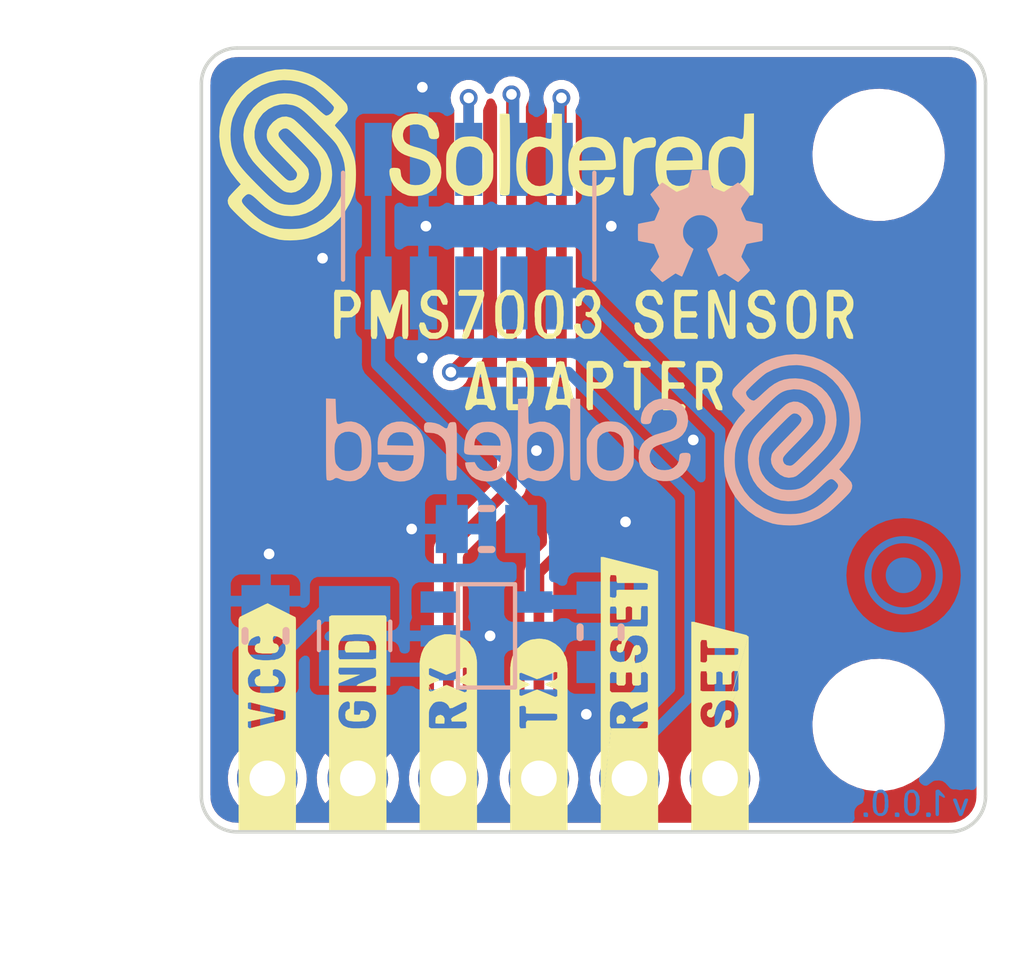
<source format=kicad_pcb>
(kicad_pcb (version 20210623) (generator pcbnew)
  (layers (0 "F.Cu" signal) (31 "B.Cu" signal) (34 "B.Paste" user) (35 "F.Paste" user) (36 "B.SilkS" user "B.Silkscreen") (37 "F.SilkS" user "F.Silkscreen") (38 "B.Mask" user) (39 "F.Mask" user) (44 "Edge.Cuts" user))
  (net 0 "")
  (net 1 "GND")
  (net 2 "5V")
  (net 3 "RESET")
  (net 4 "RX")
  (net 5 "TX")
  (net 6 "SET")
  (net 9 "VCC")
  (net 10 "Net-(L1-Pad1)")
  (footprint "buzzardLabel" (layer "F.Cu") (at 109.47 160.4 90)
    (fp_text reference "" (at 0 0 90) (layer "F.SilkS") (effects (font (size 1.27 1.27))))
    (fp_text value "" (at 0 0 90) (layer "F.SilkS") (effects (font (size 1.27 1.27))))
  )
  (footprint "Soldered Graphics:Logo-Front-SolderedFULL-15mm" (layer "F.Cu") (at 108 141)
    (fp_text reference "REF**" hide)
    (fp_text value "Logo-Front-SolderedFULL-15mm" hide)
  )
  (footprint "Soldered Graphics:Logo-Back-OSH-3.5mm" (layer "F.Cu") (at 114 143)
    (fp_text reference "G***" hide)
    (fp_text value "LOGO" hide)
  )
  (footprint "buzzardLabel" (layer "F.Cu") (at 111 147.5)
    (fp_text reference "" (at 0 0) (layer "F.SilkS") (effects (font (size 1.27 1.27))))
    (fp_text value "" (at 0 0) (layer "F.SilkS") (effects (font (size 1.27 1.27))))
  )
  (footprint "e-radionica.com footprinti:HOLE_3.2mm" (layer "F.Cu") (at 119 157)
    (fp_text reference "H2" hide)
    (fp_text value "HOLE_3.2mm" hide)
    (pad "" np_thru_hole circle locked (at 0 0) (size 3.2 3.2) (drill 3.2) (layers F&B.Cu *.Mask))
  )
  (footprint "buzzardLabel" (layer "F.Cu") (at 111 145.5)
    (fp_text reference "" (at 0 0) (layer "F.SilkS") (effects (font (size 1.27 1.27))))
    (fp_text value "" (at 0 0) (layer "F.SilkS") (effects (font (size 1.27 1.27))))
  )
  (footprint "buzzardLabel" (layer "F.Cu") (at 104.39 160.4 90)
    (fp_text reference "" (at 0 0 90) (layer "F.SilkS") (effects (font (size 1.27 1.27))))
    (fp_text value "" (at 0 0 90) (layer "F.SilkS") (effects (font (size 1.27 1.27))))
  )
  (footprint "buzzardLabel" (layer "F.Cu") (at 114.55 160.4 90)
    (fp_text reference "" (at 0 0 90) (layer "F.SilkS") (effects (font (size 1.27 1.27))))
    (fp_text value "" (at 0 0 90) (layer "F.SilkS") (effects (font (size 1.27 1.27))))
  )
  (footprint "buzzardLabel" (layer "F.Cu") (at 112.01 160.4 90)
    (fp_text reference "" (at 0 0 90) (layer "F.SilkS") (effects (font (size 1.27 1.27))))
    (fp_text value "" (at 0 0 90) (layer "F.SilkS") (effects (font (size 1.27 1.27))))
  )
  (footprint "buzzardLabel" (layer "F.Cu") (at 106.93 160.4 90)
    (fp_text reference "" (at 0 0 90) (layer "F.SilkS") (effects (font (size 1.27 1.27))))
    (fp_text value "" (at 0 0 90) (layer "F.SilkS") (effects (font (size 1.27 1.27))))
  )
  (footprint "e-radionica.com footprinti:HOLE_3.2mm" (layer "F.Cu") (at 119 141)
    (fp_text reference "H1" hide)
    (fp_text value "HOLE_3.2mm" hide)
    (pad "" np_thru_hole circle locked (at 0 0) (size 3.2 3.2) (drill 3.2) (layers F&B.Cu *.Mask))
  )
  (footprint "Soldered Graphics:Logo-Back-SolderedFULL-15mm" (layer "F.Cu") (at 111 149)
    (fp_text reference "REF**" hide)
    (fp_text value "Logo-Front-SolderedFULL-15mm" hide)
  )
  (footprint "buzzardLabel" (layer "F.Cu") (at 101.85 160.4 90)
    (fp_text reference "" (at 0 0 90) (layer "F.SilkS") (effects (font (size 1.27 1.27))))
    (fp_text value "" (at 0 0 90) (layer "F.SilkS") (effects (font (size 1.27 1.27))))
  )
  (footprint "e-radionica.com footprinti:HEADER_MALE_6X1" (layer "F.Cu") (at 108.2 158.5 180)
    (fp_text reference "K1")
    (fp_text value "HEADER_MALE_6X1")
    (pad "1" thru_hole circle locked (at -6.35 0 180) (size 1.7 1.7) (drill 1) (layers *.Cu *.Mask) (net 6 "SET"))
    (pad "2" thru_hole circle locked (at -3.81 0 180) (size 1.7 1.7) (drill 1) (layers *.Cu *.Mask) (net 3 "RESET"))
    (pad "3" thru_hole circle locked (at -1.27 0 180) (size 1.7 1.7) (drill 1) (layers *.Cu *.Mask) (net 5 "TX"))
    (pad "4" thru_hole circle locked (at 1.27 0 180) (size 1.7 1.7) (drill 1) (layers *.Cu *.Mask) (net 4 "RX"))
    (pad "5" thru_hole circle locked (at 3.81 0 180) (size 1.7 1.7) (drill 1) (layers *.Cu *.Mask) (net 1 "GND"))
    (pad "6" thru_hole circle locked (at 6.35 0 180) (size 1.7 1.7) (drill 1) (layers *.Cu *.Mask) (net 9 "VCC"))
  )
  (footprint "e-radionica.com footprinti:0806L" (layer "B.Cu") (at 104.3 154.5 90)
    (fp_text reference "L1")
    (fp_text value "DFE201612E-2R2M=P2")
    (pad "1" smd rect (at -0.9 0 90) (size 1 2) (layers "B.Cu" "B.Paste" "B.Mask") (net 10 "Net-(L1-Pad1)"))
    (pad "2" smd rect (at 0.9 0 90) (size 1 2) (layers "B.Cu" "B.Paste" "B.Mask") (net 9 "VCC"))
  )
  (footprint "e-radionica.com footprinti:FIDUCIAL_23" (layer "B.Cu") (at 119.7 152.8 180)
    (fp_text reference "FD1")
    (fp_text value "FIDUCIAL")
    (fp_circle (center 0 0) (end 1 0) (layer "B.Cu") (width 0.2) (fill none))
    (pad "1" smd circle (at 0 0 180) (size 1 1) (layers "B.Cu" "B.Paste" "B.Mask") (clearance 1.1))
  )
  (footprint "Soldered Graphics:Version1.0.0." (layer "B.Cu") (at 120 159.2 180)
    (fp_text reference "Ref**" hide)
    (fp_text value "Val**" hide)
    (fp_poly (pts (xy 0.93 -0.35) (xy 0.99 -0.35) (xy 1.04 -0.33) (xy 1.01 -0.28) (xy 0.91 -0.28) (xy 0.87 -0.25) (xy 0.85 -0.2) (xy 0.83 -0.15) (xy 0.83 -0.11) (xy 0.82 0.01) (xy 0.83 0.13) (xy 0.83 0.17) (xy 0.84 0.22) (xy 0.87 0.27) (xy 0.9 0.3) (xy 1.01 0.3) (xy 1.04 0.26) (xy 1.05 0.21) (xy 1.06 0.15) (xy 1.07 0.05) (xy 1.07 -0.08) (xy 1.06 -0.12) (xy 1.06 -0.17) (xy 1.04 -0.22) (xy 1.02 -0.27) (xy 1.01 -0.28) (xy 1.05 -0.32) (xy 1.09 -0.29) (xy 1.12 -0.26) (xy 1.14 -0.22) (xy 1.15 -0.16) (xy 1.16 -0.11) (xy 1.16 -0.06) (xy 1.16 0.06) (xy 1.16 0.12) (xy 1.15 0.17) (xy 1.14 0.22) (xy 1.13 0.27) (xy 1.1 0.3) (xy 1.06 0.34) (xy 1.01 0.37) (xy 0.95 0.38) (xy 0.9 0.38) (xy 0.84 0.35) (xy 0.8 0.31) (xy 0.78 0.28) (xy 0.75 0.23) (xy 0.74 0.18) (xy 0.74 0.13) (xy 0.73 0.08) (xy 0.73 -0.04) (xy 0.73 -0.1) (xy 0.74 -0.14) (xy 0.75 -0.2) (xy 0.77 -0.25) (xy 0.79 -0.28) (xy 0.83 -0.32) (xy 0.89 -0.35) (xy 0.93 -0.35)) (layer "B.Cu") (width 0.01) (fill solid))
    (fp_poly (pts (xy 1.31 -0.38) (xy 1.36 -0.38) (xy 1.41 -0.37) (xy 1.42 -0.33) (xy 1.42 -0.27) (xy 1.38 -0.26) (xy 1.33 -0.26) (xy 1.3 -0.29) (xy 1.3 -0.34) (xy 1.31 -0.38)) (layer "B.Cu") (width 0.01) (fill solid))
    (fp_poly (pts (xy -0.44 -0.38) (xy -0.39 -0.38) (xy -0.34 -0.37) (xy -0.34 -0.33) (xy -0.34 -0.27) (xy -0.38 -0.26) (xy -0.43 -0.26) (xy -0.46 -0.29) (xy -0.46 -0.34) (xy -0.44 -0.38)) (layer "B.Cu") (width 0.01) (fill solid))
    (fp_poly (pts (xy 0.43 -0.38) (xy 0.48 -0.38) (xy 0.54 -0.37) (xy 0.54 -0.33) (xy 0.54 -0.27) (xy 0.5 -0.26) (xy 0.45 -0.26) (xy 0.42 -0.29) (xy 0.42 -0.34) (xy 0.43 -0.38)) (layer "B.Cu") (width 0.01) (fill solid))
    (fp_poly (pts (xy -0.67 -0.35) (xy -0.62 -0.35) (xy -0.6 -0.31) (xy -0.6 0.35) (xy -0.64 0.38) (xy -0.69 0.38) (xy -0.73 0.34) (xy -0.84 0.22) (xy -0.86 0.17) (xy -0.83 0.16) (xy -0.73 0.22) (xy -0.69 0.23) (xy -0.69 -0.31) (xy -0.67 -0.35)) (layer "B.Cu") (width 0.01) (fill solid))
    (fp_poly (pts (xy -1.33 -0.35) (xy -1.27 -0.35) (xy -1.25 -0.31) (xy -1.09 0.1) (xy -1.11 0.13) (xy -1.16 0.13) (xy -1.19 0.1) (xy -1.28 -0.16) (xy -1.3 -0.21) (xy -1.32 -0.17) (xy -1.41 0.09) (xy -1.44 0.13) (xy -1.49 0.13) (xy -1.51 0.1) (xy -1.36 -0.31) (xy -1.33 -0.35)) (layer "B.Cu") (width 0.01) (fill solid))
    (fp_poly (pts (xy 0.06 -0.35) (xy 0.11 -0.35) (xy 0.17 -0.33) (xy 0.13 -0.28) (xy 0.03 -0.28) (xy -0.01 -0.25) (xy -0.03 -0.2) (xy -0.05 -0.15) (xy -0.05 -0.11) (xy -0.05 0.01) (xy -0.05 0.13) (xy -0.05 0.17) (xy -0.03 0.22) (xy -0.01 0.27) (xy 0.02 0.3) (xy 0.13 0.3) (xy 0.16 0.26) (xy 0.18 0.21) (xy 0.18 0.15) (xy 0.19 0.05) (xy 0.19 -0.08) (xy 0.19 -0.12) (xy 0.18 -0.17) (xy 0.16 -0.22) (xy 0.14 -0.27) (xy 0.14 -0.28) (xy 0.17 -0.32) (xy 0.21 -0.29) (xy 0.24 -0.26) (xy 0.26 -0.22) (xy 0.27 -0.16) (xy 0.28 -0.11) (xy 0.28 -0.06) (xy 0.28 0.06) (xy 0.28 0.12) (xy 0.27 0.17) (xy 0.26 0.22) (xy 0.25 0.27) (xy 0.22 0.3) (xy 0.19 0.34) (xy 0.13 0.37) (xy 0.08 0.38) (xy 0.02 0.38) (xy -0.03 0.35) (xy -0.08 0.31) (xy -0.1 0.28) (xy -0.12 0.23) (xy -0.14 0.18) (xy -0.14 0.13) (xy -0.15 0.08) (xy -0.15 -0.04) (xy -0.14 -0.1) (xy -0.14 -0.14) (xy -0.13 -0.2) (xy -0.11 -0.25) (xy -0.08 -0.28) (xy -0.05 -0.32) (xy 0.01 -0.35) (xy 0.06 -0.35)) (layer "B.Cu") (width 0.01) (fill solid))
  )
  (footprint "e-radionica.com footprinti:tps613222a" (layer "B.Cu") (at 108 154.5)
    (fp_text reference "U1")
    (fp_text value "TPS613222A")
    (pad "1" smd rect (at -1.3 0.95) (size 1.1 0.6) (layers "B.Cu" "B.Paste" "B.Mask") (net 10 "Net-(L1-Pad1)"))
    (pad "2" smd rect (at -1.3 0) (size 1.1 0.6) (layers "B.Cu" "B.Paste" "B.Mask") (net 1 "GND"))
    (pad "3" smd rect (at -1.3 -0.95) (size 1.1 0.6) (layers "B.Cu" "B.Paste" "B.Mask"))
    (pad "4" smd rect (at 1.3 -0.95) (size 1.1 0.6) (layers "B.Cu" "B.Paste" "B.Mask") (net 2 "5V"))
    (pad "5" smd rect (at 1.3 0.95) (size 1.1 0.6) (layers "B.Cu" "B.Paste" "B.Mask"))
  )
  (footprint "e-radionica.com footprinti:0805C" (layer "B.Cu") (at 108 151.5)
    (fp_text reference "C2")
    (fp_text value "CL10A226MPCNUBE")
    (pad "1" smd rect locked (at -0.975 0 270) (size 1.35 0.9) (layers "B.Cu" "B.Paste" "B.Mask") (net 1 "GND"))
    (pad "2" smd rect locked (at 0.975 0 270) (size 1.35 0.9) (layers "B.Cu" "B.Paste" "B.Mask") (net 2 "5V"))
  )
  (footprint "e-radionica.com footprinti:HEADER_FEMALE_5x2_1.27mm_SMD" (layer "B.Cu") (at 107.5 143)
    (fp_text reference "K2")
    (fp_text value "HEADER_FEMALE_5x2_1.27mm_SMD")
    (pad "1" smd rect (at -2.54 -1.875 270) (size 2.05 0.76) (layers "B.Cu" "B.Paste" "B.Mask") (net 2 "5V"))
    (pad "2" smd rect (at -1.27 -1.875 270) (size 2.05 0.76) (layers "B.Cu" "B.Paste" "B.Mask") (net 1 "GND"))
    (pad "3" smd rect (at 0 -1.875 270) (size 2.05 0.76) (layers "B.Cu" "B.Paste" "B.Mask") (net 3 "RESET"))
    (pad "4" smd rect (at 1.27 -1.875 270) (size 2.05 0.76) (layers "B.Cu" "B.Paste" "B.Mask") (net 4 "RX"))
    (pad "5" smd rect (at 2.54 -1.875 270) (size 2.05 0.76) (layers "B.Cu" "B.Paste" "B.Mask") (net 5 "TX"))
    (pad "6" smd rect (at 2.54 1.875 270) (size 2.05 0.76) (layers "B.Cu" "B.Paste" "B.Mask") (net 6 "SET"))
    (pad "7" smd rect (at 1.27 1.875 270) (size 2.05 0.76) (layers "B.Cu" "B.Paste" "B.Mask"))
    (pad "8" smd rect (at 0 1.875 270) (size 2.05 0.76) (layers "B.Cu" "B.Paste" "B.Mask"))
    (pad "9" smd rect (at -1.27 1.875 270) (size 2.05 0.76) (layers "B.Cu" "B.Paste" "B.Mask") (net 1 "GND"))
    (pad "10" smd rect (at -2.54 1.875 270) (size 2.05 0.76) (layers "B.Cu" "B.Paste" "B.Mask") (net 2 "5V"))
  )
  (footprint "e-radionica.com footprinti:0805C" (layer "B.Cu") (at 111.2 154.4 90)
    (fp_text reference "C1")
    (fp_text value "CL10A226MPCNUBE")
    (pad "1" smd rect locked (at -0.975 0) (size 1.35 0.9) (layers "B.Cu" "B.Paste" "B.Mask") (net 1 "GND"))
    (pad "2" smd rect locked (at 0.975 0) (size 1.35 0.9) (layers "B.Cu" "B.Paste" "B.Mask") (net 2 "5V"))
  )
  (footprint "e-radionica.com footprinti:0805C" (layer "B.Cu") (at 101.8 154.5 -90)
    (fp_text reference "C3")
    (fp_text value "C1608X7S1A475K080AC")
    (pad "1" smd rect locked (at -0.975 0 180) (size 1.35 0.9) (layers "B.Cu" "B.Paste" "B.Mask") (net 1 "GND"))
    (pad "2" smd rect locked (at 0.975 0 180) (size 1.35 0.9) (layers "B.Cu" "B.Paste" "B.Mask") (net 9 "VCC"))
  )
  (gr_line (start 121 160) (end 101 160) (layer "Edge.Cuts") (width 0.1))
  (gr_arc (start 101 139) (end 101 138) (angle -90) (layer "Edge.Cuts") (width 0.1))
  (gr_line (start 100 159) (end 100 139) (layer "Edge.Cuts") (width 0.1))
  (gr_arc (start 121 159) (end 121 160) (angle -90) (layer "Edge.Cuts") (width 0.1))
  (gr_line (start 122 139) (end 122 159) (layer "Edge.Cuts") (width 0.1))
  (gr_arc (start 121 139) (end 121 138) (angle 90) (layer "Edge.Cuts") (width 0.1))
  (gr_arc (start 101 159) (end 101 160) (angle 90) (layer "Edge.Cuts") (width 0.1))
  (gr_line (start 101 138) (end 121 138) (layer "Edge.Cuts") (width 0.1))
  (via (at 106.2 139.1) (size 0.5) (drill 0.3) (layers "F.Cu" "B.Cu") (net 1))
  (via (at 108.1 154.5) (size 0.5) (drill 0.3) (layers "F.Cu" "B.Cu") (net 1))
  (via (at 110.8 156.7) (size 0.5) (drill 0.3) (layers "F.Cu" "B.Cu") (net 1))
  (via (at 105.9 151.5) (size 0.5) (drill 0.3) (layers "F.Cu" "B.Cu") (net 1))
  (via (at 111.9 151.3) (size 0.5) (drill 0.3) (layers "F.Cu" "B.Cu") (net 1))
  (via (at 109.4 149.3) (size 0.5) (drill 0.3) (layers "F.Cu" "B.Cu") (net 1))
  (via (at 101.9 152.2) (size 0.5) (drill 0.3) (layers "F.Cu" "B.Cu") (net 1))
  (via (at 106.3 143) (size 0.5) (drill 0.3) (layers "F.Cu" "B.Cu") (net 1))
  (via (at 103.4 143.9) (size 0.5) (drill 0.3) (layers "F.Cu" "B.Cu") (net 1))
  (via (at 106.2 146.7) (size 0.5) (drill 0.3) (layers "F.Cu" "B.Cu") (net 1))
  (via (at 113.8 149) (size 0.5) (drill 0.3) (layers "F.Cu" "B.Cu") (net 1))
  (via (at 111.5 143) (size 0.5) (drill 0.3) (layers "F.Cu" "B.Cu") (net 1))
  (segment (start 104.96 146.86) (end 104.96 144.875) (width 0.4) (layer "B.Cu") (net 2))
  (segment (start 109.3 151.825) (end 108.975 151.5) (width 0.4) (layer "B.Cu") (net 2))
  (segment (start 109.3 153.55) (end 109.3 151.825) (width 0.4) (layer "B.Cu") (net 2))
  (segment (start 104.96 141.125) (end 104.96 144.875) (width 0.4) (layer "B.Cu") (net 2))
  (segment (start 108.975 150.875) (end 104.96 146.86) (width 0.4) (layer "B.Cu") (net 2))
  (segment (start 109.3 153.55) (end 111.075 153.55) (width 0.4) (layer "B.Cu") (net 2))
  (segment (start 108.975 151.5) (end 108.975 150.875) (width 0.4) (layer "B.Cu") (net 2))
  (segment (start 111.075 153.55) (end 111.2 153.425) (width 0.4) (layer "B.Cu") (net 2))
  (segment (start 107 147.1) (end 107.5 146.6) (width 0.3) (layer "F.Cu") (net 3))
  (segment (start 107.5 146.6) (end 107.5 139.4) (width 0.3) (layer "F.Cu") (net 3))
  (via (at 107.5 139.4) (size 0.5) (drill 0.3) (layers "F.Cu" "B.Cu") (net 3))
  (via (at 107 147.1) (size 0.5) (drill 0.3) (layers "F.Cu" "B.Cu") (net 3))
  (segment (start 112.01 157.89) (end 112.01 158.5) (width 0.3) (layer "B.Cu") (net 3))
  (segment (start 113.7 156.2) (end 112.01 157.89) (width 0.3) (layer "B.Cu") (net 3))
  (segment (start 113.7 150.5) (end 113.7 156.2) (width 0.3) (layer "B.Cu") (net 3))
  (segment (start 110.3 147.1) (end 113.7 150.5) (width 0.3) (layer "B.Cu") (net 3))
  (segment (start 107.5 139.4) (end 107.5 141.125) (width 0.3) (layer "B.Cu") (net 3))
  (segment (start 107 147.1) (end 110.3 147.1) (width 0.3) (layer "B.Cu") (net 3))
  (segment (start 108.7 150.3) (end 106.93 152.07) (width 0.3) (layer "F.Cu") (net 4))
  (segment (start 108.7 139.3) (end 108.7 150.3) (width 0.3) (layer "F.Cu") (net 4))
  (segment (start 106.93 152.07) (end 106.93 158.5) (width 0.3) (layer "F.Cu") (net 4))
  (via (at 108.7 139.3) (size 0.5) (drill 0.3) (layers "F.Cu" "B.Cu") (net 4))
  (segment (start 108.7 139.3) (end 108.77 139.37) (width 0.3) (layer "B.Cu") (net 4))
  (segment (start 108.77 139.37) (end 108.77 141.125) (width 0.3) (layer "B.Cu") (net 4))
  (segment (start 110.1 139.4) (end 110.1 152.1) (width 0.3) (layer "F.Cu") (net 5))
  (segment (start 110.1 152.1) (end 109.47 152.73) (width 0.3) (layer "F.Cu") (net 5))
  (segment (start 109.47 152.73) (end 109.47 158.5) (width 0.3) (layer "F.Cu") (net 5))
  (via (at 110.1 139.4) (size 0.5) (drill 0.3) (layers "F.Cu" "B.Cu") (net 5))
  (segment (start 110.1 139.4) (end 110.04 139.46) (width 0.3) (layer "B.Cu") (net 5))
  (segment (start 110.04 139.46) (end 110.04 141.125) (width 0.3) (layer "B.Cu") (net 5))
  (segment (start 110.675 144.875) (end 114.55 148.75) (width 0.3) (layer "B.Cu") (net 6))
  (segment (start 110.04 144.875) (end 110.675 144.875) (width 0.3) (layer "B.Cu") (net 6))
  (segment (start 114.55 148.75) (end 114.55 158.5) (width 0.3) (layer "B.Cu") (net 6))
  (segment (start 103.675 153.6) (end 101.8 155.475) (width 0.4) (layer "B.Cu") (net 9))
  (segment (start 104.3 153.6) (end 103.675 153.6) (width 0.4) (layer "B.Cu") (net 9))
  (segment (start 101.85 158.5) (end 101.85 155.525) (width 0.4) (layer "B.Cu") (net 9))
  (segment (start 101.85 155.525) (end 101.8 155.475) (width 0.4) (layer "B.Cu") (net 9))
  (segment (start 106.7 155.45) (end 104.35 155.45) (width 0.4) (layer "B.Cu") (net 10))
  (segment (start 104.35 155.45) (end 104.3 155.4) (width 0.4) (layer "B.Cu") (net 10))
  (zone (net 1) (net_name "GND") (layers F&B.Cu) (connect_pads (clearance 0.254)) (min_thickness 0.254) (fill yes (thermal_gap 0.3) (thermal_bridge_width 0.3))
    (polygon (pts (xy 122 160) (xy 100 160) (xy 100 138) (xy 122 138)))
  )
)
</source>
